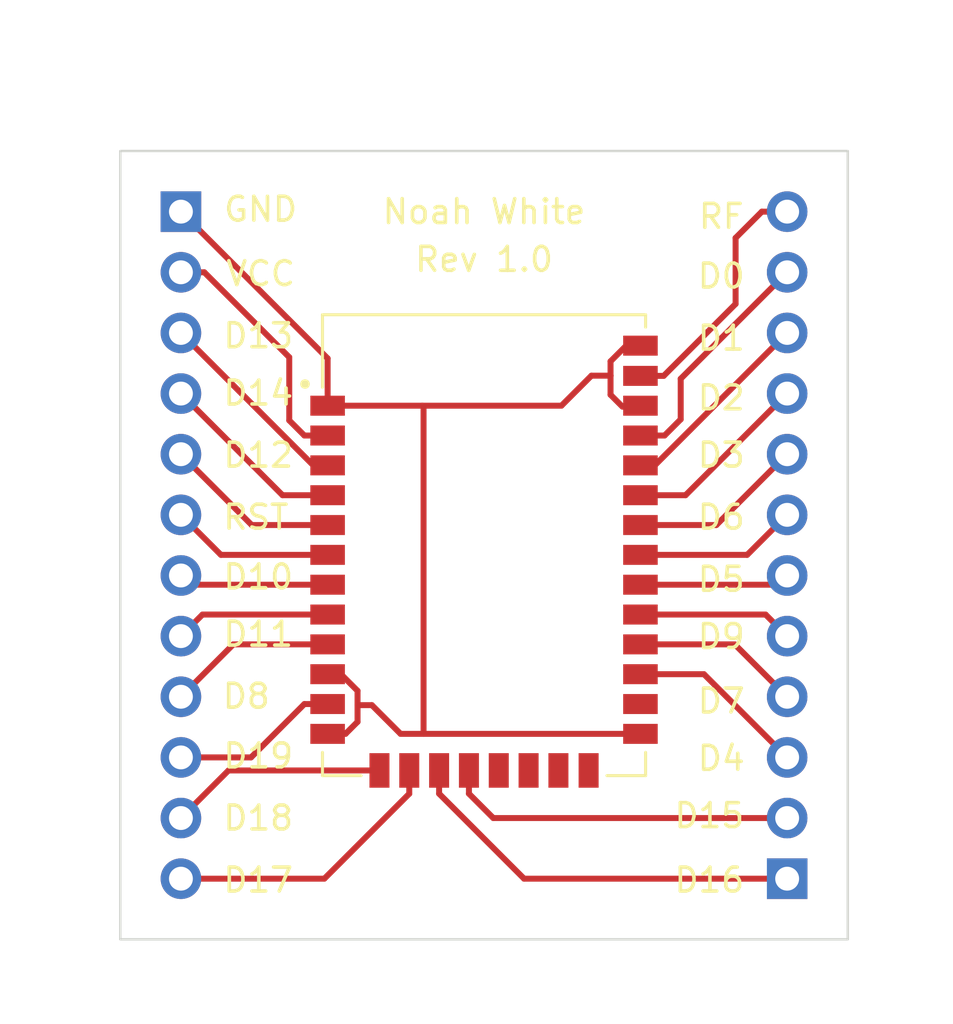
<source format=kicad_pcb>
(kicad_pcb (version 20211014) (generator pcbnew)
  (layers (0 "F.Cu" signal) (31 "B.Cu" signal) (34 "B.Paste" user) (35 "F.Paste" user) (36 "B.SilkS" user "B.Silkscreen") (37 "F.SilkS" user "F.Silkscreen") (38 "B.Mask" user) (39 "F.Mask" user) (44 "Edge.Cuts" user))
  (net 0 "")
  (net 1 "RST")
  (net 2 "D0")
  (net 3 "D1")
  (net 4 "D2")
  (net 5 "D3")
  (net 6 "D4")
  (net 7 "D5")
  (net 8 "D6")
  (net 9 "D7")
  (net 10 "D8")
  (net 11 "D9")
  (net 12 "D10")
  (net 13 "D19")
  (net 14 "D18")
  (net 15 "D17")
  (net 16 "D16")
  (net 17 "D15")
  (net 18 "D14")
  (net 19 "D13")
  (net 20 "D12")
  (net 21 "D11")
  (net 22 "RF")
  (net 23 "GND")
  (net 24 "VCC")
  (footprint "Library:XB3-24Z8UM-J" (layer "F.Cu") (at 137.16 39.37)
    (fp_text reference "U1" hide)
    (fp_text value "XB3-24Z8CM-J")
    (fp_line (start 5.15 9.652) (end 6.7691 9.652) (layer "F.SilkS") (width 0.127))
    (fp_line (start -6.7691 -6.61) (end -6.7691 -9.652) (layer "F.SilkS") (width 0.127))
    (fp_line (start -6.7691 9.652) (end -5.15 9.652) (layer "F.SilkS") (width 0.127))
    (fp_line (start -6.7691 8.68) (end -6.7691 9.652) (layer "F.SilkS") (width 0.127))
    (fp_line (start -6.7691 -9.652) (end 6.7691 -9.652) (layer "F.SilkS") (width 0.127))
    (fp_line (start 6.7691 9.652) (end 6.7691 8.68) (layer "F.SilkS") (width 0.127))
    (fp_line (start 6.7691 -9.652) (end 6.7691 -9.13) (layer "F.SilkS") (width 0.127))
    (fp_circle (center -7.5 -6.75) (end -7.4 -6.75) (layer "F.SilkS") (width 0.2) (fill none))
    (pad "1" smd rect (at -6.5532 -5.842) (size 1.4478 0.8382) (layers "F.Cu" "F.Paste" "F.Mask") (net 23 "GND"))
    (pad "2" smd rect (at -6.5532 -4.59232) (size 1.4478 0.8382) (layers "F.Cu" "F.Paste" "F.Mask") (net 24 "VCC"))
    (pad "3" smd rect (at -6.5532 -3.34264) (size 1.4478 0.8382) (layers "F.Cu" "F.Paste" "F.Mask") (net 19 "D13"))
    (pad "4" smd rect (at -6.5532 -2.09296) (size 1.4478 0.8382) (layers "F.Cu" "F.Paste" "F.Mask") (net 18 "D14"))
    (pad "5" smd rect (at -6.5532 -0.843281) (size 1.4478 0.8382) (layers "F.Cu" "F.Paste" "F.Mask") (net 20 "D12"))
    (pad "6" smd rect (at -6.5532 0.4064) (size 1.4478 0.8382) (layers "F.Cu" "F.Paste" "F.Mask") (net 1 "RST"))
    (pad "7" smd rect (at -6.5532 1.65608) (size 1.4478 0.8382) (layers "F.Cu" "F.Paste" "F.Mask") (net 12 "D10"))
    (pad "8" smd rect (at -6.5532 2.90576) (size 1.4478 0.8382) (layers "F.Cu" "F.Paste" "F.Mask") (net 21 "D11"))
    (pad "9" smd rect (at -6.5532 4.15544) (size 1.4478 0.8382) (layers "F.Cu" "F.Paste" "F.Mask") (net 10 "D8"))
    (pad "10" smd rect (at -6.5532 5.40512) (size 1.4478 0.8382) (layers "F.Cu" "F.Paste" "F.Mask") (net 23 "GND"))
    (pad "11" smd rect (at -6.5532 6.6548) (size 1.4478 0.8382) (layers "F.Cu" "F.Paste" "F.Mask") (net 13 "D19"))
    (pad "12" smd rect (at -6.5532 7.90448) (size 1.4478 0.8382) (layers "F.Cu" "F.Paste" "F.Mask") (net 23 "GND"))
    (pad "13" smd rect (at -4.3815 9.4361 90) (size 1.4478 0.8382) (layers "F.Cu" "F.Paste" "F.Mask") (net 14 "D18"))
    (pad "14" smd rect (at -3.13182 9.4361 90) (size 1.4478 0.8382) (layers "F.Cu" "F.Paste" "F.Mask") (net 15 "D17"))
    (pad "15" smd rect (at -1.88214 9.4361 90) (size 1.4478 0.8382) (layers "F.Cu" "F.Paste" "F.Mask") (net 16 "D16"))
    (pad "16" smd rect (at -0.632459 9.4361 90) (size 1.4478 0.8382) (layers "F.Cu" "F.Paste" "F.Mask") (net 17 "D15"))
    (pad "17" smd rect (at 0.617219 9.4361 90) (size 1.4478 0.8382) (layers "F.Cu" "F.Paste" "F.Mask"))
    (pad "18" smd rect (at 1.8669 9.4361 90) (size 1.4478 0.8382) (layers "F.Cu" "F.Paste" "F.Mask"))
    (pad "19" smd rect (at 3.11658 9.4361 90) (size 1.4478 0.8382) (layers "F.Cu" "F.Paste" "F.Mask"))
    (pad "20" smd rect (at 4.3815 9.4361 90) (size 1.4478 0.8382) (layers "F.Cu" "F.Paste" "F.Mask"))
    (pad "21" smd rect (at 6.5532 7.90448) (size 1.4478 0.8382) (layers "F.Cu" "F.Paste" "F.Mask") (net 23 "GND"))
    (pad "22" smd rect (at 6.5532 6.6548) (size 1.4478 0.8382) (layers "F.Cu" "F.Paste" "F.Mask"))
    (pad "23" smd rect (at 6.5532 5.40512) (size 1.4478 0.8382) (layers "F.Cu" "F.Paste" "F.Mask") (net 6 "D4"))
    (pad "24" smd rect (at 6.5532 4.15544) (size 1.4478 0.8382) (layers "F.Cu" "F.Paste" "F.Mask") (net 9 "D7"))
    (pad "25" smd rect (at 6.5532 2.90576) (size 1.4478 0.8382) (layers "F.Cu" "F.Paste" "F.Mask") (net 11 "D9"))
    (pad "26" smd rect (at 6.5532 1.65608) (size 1.4478 0.8382) (layers "F.Cu" "F.Paste" "F.Mask") (net 7 "D5"))
    (pad "27" smd rect (at 6.5532 0.4064) (size 1.4478 0.8382) (layers "F.Cu" "F.Paste" "F.Mask") (net 8 "D6"))
    (pad "28" smd rect (at 6.5532 -0.843281) (size 1.4478 0.8382) (layers "F.Cu" "F.Paste" "F.Mask") (net 5 "D3"))
    (pad "29" smd rect (at 6.5532 -2.09296) (size 1.4478 0.8382) (layers "F.Cu" "F.Paste" "F.Mask") (net 4 "D2"))
    (pad "30" smd rect (at 6.5532 -3.34264) (size 1.4478 0.8382) (layers "F.Cu" "F.Paste" "F.Mask") (net 3 "D1"))
    (pad "31" smd rect (at 6.5532 -4.59232) (size 1.4478 0.8382) (layers "F.Cu" "F.Paste" "F.Mask") (net 2 "D0"))
    (pad "32" smd rect (at 6.5532 -5.842) (size 1.4478 0.8382) (layers "F.Cu" "F.Paste" "F.Mask") (net 23 "GND"))
    (pad "33" smd rect (at 6.5532 -7.09168) (size 1.4478 0.8382) (layers "F.Cu" "F.Paste" "F.Mask") (net 22 "RF"))
    (pad "34" smd rect (at 6.5532 -8.3566) (size 1.4478 0.8382) (layers "F.Cu" "F.Paste" "F.Mask") (net 23 "GND"))
  )
  (footprint "Connector_PinHeader_2.54mm:PinHeader_1x12_P2.54mm_Vertical" (layer "F.Cu") (at 124.46 25.4)
    (fp_text reference "J1" hide)
    (fp_text value "Conn_01x12_Female")
    (pad "1" thru_hole rect (at 0 0) (size 1.7 1.7) (drill 1) (layers *.Cu *.Mask) (net 23 "GND"))
    (pad "2" thru_hole oval (at 0 2.54) (size 1.7 1.7) (drill 1) (layers *.Cu *.Mask) (net 24 "VCC"))
    (pad "3" thru_hole oval (at 0 5.08) (size 1.7 1.7) (drill 1) (layers *.Cu *.Mask) (net 19 "D13"))
    (pad "4" thru_hole oval (at 0 7.62) (size 1.7 1.7) (drill 1) (layers *.Cu *.Mask) (net 18 "D14"))
    (pad "5" thru_hole oval (at 0 10.16) (size 1.7 1.7) (drill 1) (layers *.Cu *.Mask) (net 20 "D12"))
    (pad "6" thru_hole oval (at 0 12.7) (size 1.7 1.7) (drill 1) (layers *.Cu *.Mask) (net 1 "RST"))
    (pad "7" thru_hole oval (at 0 15.24) (size 1.7 1.7) (drill 1) (layers *.Cu *.Mask) (net 12 "D10"))
    (pad "8" thru_hole oval (at 0 17.78) (size 1.7 1.7) (drill 1) (layers *.Cu *.Mask) (net 21 "D11"))
    (pad "9" thru_hole oval (at 0 20.32) (size 1.7 1.7) (drill 1) (layers *.Cu *.Mask) (net 10 "D8"))
    (pad "10" thru_hole oval (at 0 22.86) (size 1.7 1.7) (drill 1) (layers *.Cu *.Mask) (net 13 "D19"))
    (pad "11" thru_hole oval (at 0 25.4) (size 1.7 1.7) (drill 1) (layers *.Cu *.Mask) (net 14 "D18"))
    (pad "12" thru_hole oval (at 0 27.94) (size 1.7 1.7) (drill 1) (layers *.Cu *.Mask) (net 15 "D17"))
  )
  (footprint "Connector_PinHeader_2.54mm:PinHeader_1x12_P2.54mm_Vertical" (layer "F.Cu") (at 149.86 53.34 180)
    (fp_text reference "J2" hide)
    (fp_text value "Conn_01x12_Female")
    (pad "1" thru_hole rect (at 0 0 180) (size 1.7 1.7) (drill 1) (layers *.Cu *.Mask) (net 16 "D16"))
    (pad "2" thru_hole oval (at 0 2.54 180) (size 1.7 1.7) (drill 1) (layers *.Cu *.Mask) (net 17 "D15"))
    (pad "3" thru_hole oval (at 0 5.08 180) (size 1.7 1.7) (drill 1) (layers *.Cu *.Mask) (net 6 "D4"))
    (pad "4" thru_hole oval (at 0 7.62 180) (size 1.7 1.7) (drill 1) (layers *.Cu *.Mask) (net 9 "D7"))
    (pad "5" thru_hole oval (at 0 10.16 180) (size 1.7 1.7) (drill 1) (layers *.Cu *.Mask) (net 11 "D9"))
    (pad "6" thru_hole oval (at 0 12.7 180) (size 1.7 1.7) (drill 1) (layers *.Cu *.Mask) (net 7 "D5"))
    (pad "7" thru_hole oval (at 0 15.24 180) (size 1.7 1.7) (drill 1) (layers *.Cu *.Mask) (net 8 "D6"))
    (pad "8" thru_hole oval (at 0 17.78 180) (size 1.7 1.7) (drill 1) (layers *.Cu *.Mask) (net 5 "D3"))
    (pad "9" thru_hole oval (at 0 20.32 180) (size 1.7 1.7) (drill 1) (layers *.Cu *.Mask) (net 4 "D2"))
    (pad "10" thru_hole oval (at 0 22.86 180) (size 1.7 1.7) (drill 1) (layers *.Cu *.Mask) (net 3 "D1"))
    (pad "11" thru_hole oval (at 0 25.4 180) (size 1.7 1.7) (drill 1) (layers *.Cu *.Mask) (net 2 "D0"))
    (pad "12" thru_hole oval (at 0 27.94 180) (size 1.7 1.7) (drill 1) (layers *.Cu *.Mask) (net 22 "RF"))
  )
  (gr_rect (start 152.4 22.86) (end 121.92 55.88) (layer "Edge.Cuts") (width 0.1) (fill none))
  (gr_text "RF" (at 147.1 25.6) (layer "F.SilkS") (effects (font (size 1 1))))
  (gr_text "D10\n" (at 127.7 40.7) (layer "F.SilkS") (effects (font (size 1 1))))
  (gr_text "D15" (at 146.6 50.7) (layer "F.SilkS") (effects (font (size 1 1))))
  (gr_text "VCC" (at 127.8 28) (layer "F.SilkS") (effects (font (size 1 1))))
  (gr_text "D6" (at 147.1 38.2) (layer "F.SilkS") (effects (font (size 1 1))))
  (gr_text "GND" (at 127.8 25.3) (layer "F.SilkS") (effects (font (size 1 1))))
  (gr_text "D17" (at 127.7 53.4) (layer "F.SilkS") (effects (font (size 1 1))))
  (gr_text "D11" (at 127.7 43.1) (layer "F.SilkS") (effects (font (size 1 1))))
  (gr_text "D7\n" (at 147.1 45.9) (layer "F.SilkS") (effects (font (size 1 1))))
  (gr_text "D2" (at 147.1 33.2) (layer "F.SilkS") (effects (font (size 1 1))))
  (gr_text "D5" (at 147.1 40.8) (layer "F.SilkS") (effects (font (size 1 1))))
  (gr_text "D9" (at 147.1 43.2) (layer "F.SilkS") (effects (font (size 1 1))))
  (gr_text "D4" (at 147.1 48.3) (layer "F.SilkS") (effects (font (size 1 1))))
  (gr_text "D8" (at 127.2 45.7) (layer "F.SilkS") (effects (font (size 1 1))))
  (gr_text "D0\n" (at 147.1 28.1) (layer "F.SilkS") (effects (font (size 1 1))))
  (gr_text "D19" (at 127.7 48.2) (layer "F.SilkS") (effects (font (size 1 1))))
  (gr_text "D14" (at 127.7 33) (layer "F.SilkS") (effects (font (size 1 1))))
  (gr_text "D12" (at 127.7 35.6) (layer "F.SilkS") (effects (font (size 1 1))))
  (gr_text "D1" (at 147.1 30.7) (layer "F.SilkS") (effects (font (size 1 1))))
  (gr_text "D3" (at 147.1 35.6) (layer "F.SilkS") (effects (font (size 1 1))))
  (gr_text "Rev 1.0" (at 137.16 27.4) (layer "F.SilkS") (effects (font (size 1 1))))
  (gr_text "D13" (at 127.7 30.6) (layer "F.SilkS") (effects (font (size 1 1))))
  (gr_text "D18" (at 127.7 50.8) (layer "F.SilkS") (effects (font (size 1 1))))
  (gr_text "Noah White" (at 137.16 25.4) (layer "F.SilkS") (effects (font (size 1 1))))
  (gr_text "D16" (at 146.6 53.4) (layer "F.SilkS") (effects (font (size 1 1))))
  (gr_text "RST" (at 127.6 38.2) (layer "F.SilkS") (effects (font (size 1 1))))
  (segment (start 130.6068 39.7764) (end 126.1364 39.7764) (width 0.25) (layer "F.Cu") (net 1))
  (segment (start 126.1364 39.7764) (end 124.46 38.1) (width 0.25) (layer "F.Cu") (net 1))
  (segment (start 145.4 34.1) (end 144.72232 34.77768) (width 0.25) (layer "F.Cu") (net 2))
  (segment (start 149.86 27.94) (end 145.4 32.4) (width 0.25) (layer "F.Cu") (net 2))
  (segment (start 145.4 32.4) (end 145.4 34.1) (width 0.25) (layer "F.Cu") (net 2))
  (segment (start 144.72232 34.77768) (end 143.7132 34.77768) (width 0.25) (layer "F.Cu") (net 2))
  (segment (start 144.31264 36.02736) (end 149.86 30.48) (width 0.25) (layer "F.Cu") (net 3))
  (segment (start 143.7132 36.02736) (end 144.31264 36.02736) (width 0.25) (layer "F.Cu") (net 3))
  (segment (start 143.7132 37.27704) (end 145.60296 37.27704) (width 0.25) (layer "F.Cu") (net 4))
  (segment (start 145.60296 37.27704) (end 149.86 33.02) (width 0.25) (layer "F.Cu") (net 4))
  (segment (start 146.893281 38.526719) (end 149.86 35.56) (width 0.25) (layer "F.Cu") (net 5))
  (segment (start 143.7132 38.526719) (end 146.893281 38.526719) (width 0.25) (layer "F.Cu") (net 5))
  (segment (start 143.7132 44.77512) (end 146.37512 44.77512) (width 0.25) (layer "F.Cu") (net 6))
  (segment (start 146.37512 44.77512) (end 149.86 48.26) (width 0.25) (layer "F.Cu") (net 6))
  (segment (start 149.47392 41.02608) (end 149.86 40.64) (width 0.25) (layer "F.Cu") (net 7))
  (segment (start 143.7132 41.02608) (end 149.47392 41.02608) (width 0.25) (layer "F.Cu") (net 7))
  (segment (start 148.1836 39.7764) (end 149.86 38.1) (width 0.25) (layer "F.Cu") (net 8))
  (segment (start 143.7132 39.7764) (end 148.1836 39.7764) (width 0.25) (layer "F.Cu") (net 8))
  (segment (start 147.66544 43.52544) (end 149.86 45.72) (width 0.25) (layer "F.Cu") (net 9))
  (segment (start 143.7132 43.52544) (end 147.66544 43.52544) (width 0.25) (layer "F.Cu") (net 9))
  (segment (start 126.65456 43.52544) (end 124.46 45.72) (width 0.25) (layer "F.Cu") (net 10))
  (segment (start 130.6068 43.52544) (end 126.65456 43.52544) (width 0.25) (layer "F.Cu") (net 10))
  (segment (start 148.95576 42.27576) (end 149.86 43.18) (width 0.25) (layer "F.Cu") (net 11))
  (segment (start 143.7132 42.27576) (end 148.95576 42.27576) (width 0.25) (layer "F.Cu") (net 11))
  (segment (start 130.6068 41.02608) (end 124.84608 41.02608) (width 0.25) (layer "F.Cu") (net 12))
  (segment (start 124.84608 41.02608) (end 124.46 40.64) (width 0.25) (layer "F.Cu") (net 12))
  (segment (start 130.6068 46.0248) (end 129.6329 46.0248) (width 0.25) (layer "F.Cu") (net 13))
  (segment (start 127.3977 48.26) (end 124.46 48.26) (width 0.25) (layer "F.Cu") (net 13))
  (segment (start 129.6329 46.0248) (end 127.3977 48.26) (width 0.25) (layer "F.Cu") (net 13))
  (segment (start 132.7785 48.8061) (end 126.4539 48.8061) (width 0.25) (layer "F.Cu") (net 14))
  (segment (start 126.4539 48.8061) (end 124.46 50.8) (width 0.25) (layer "F.Cu") (net 14))
  (segment (start 124.46 53.34) (end 130.46818 53.34) (width 0.25) (layer "F.Cu") (net 15))
  (segment (start 134.02818 49.78) (end 134.02818 48.8061) (width 0.25) (layer "F.Cu") (net 15))
  (segment (start 130.46818 53.34) (end 134.02818 49.78) (width 0.25) (layer "F.Cu") (net 15))
  (segment (start 135.27786 49.78) (end 138.83786 53.34) (width 0.25) (layer "F.Cu") (net 16))
  (segment (start 138.83786 53.34) (end 149.86 53.34) (width 0.25) (layer "F.Cu") (net 16))
  (segment (start 135.27786 48.8061) (end 135.27786 49.78) (width 0.25) (layer "F.Cu") (net 16))
  (segment (start 137.547541 50.8) (end 149.86 50.8) (width 0.25) (layer "F.Cu") (net 17))
  (segment (start 136.527541 49.78) (end 137.547541 50.8) (width 0.25) (layer "F.Cu") (net 17))
  (segment (start 136.527541 48.8061) (end 136.527541 49.78) (width 0.25) (layer "F.Cu") (net 17))
  (segment (start 130.6068 37.27704) (end 128.71704 37.27704) (width 0.25) (layer "F.Cu") (net 18))
  (segment (start 128.71704 37.27704) (end 124.46 33.02) (width 0.25) (layer "F.Cu") (net 18))
  (segment (start 130.00736 36.02736) (end 124.46 30.48) (width 0.25) (layer "F.Cu") (net 19))
  (segment (start 130.6068 36.02736) (end 130.00736 36.02736) (width 0.25) (layer "F.Cu") (net 19))
  (segment (start 127.426719 38.526719) (end 124.46 35.56) (width 0.25) (layer "F.Cu") (net 20))
  (segment (start 130.6068 38.526719) (end 127.426719 38.526719) (width 0.25) (layer "F.Cu") (net 20))
  (segment (start 130.6068 42.27576) (end 125.36424 42.27576) (width 0.25) (layer "F.Cu") (net 21))
  (segment (start 125.36424 42.27576) (end 124.46 43.18) (width 0.25) (layer "F.Cu") (net 21))
  (segment (start 143.7132 32.27832) (end 144.6871 32.27832) (width 0.25) (layer "F.Cu") (net 22))
  (segment (start 144.6871 32.27832) (end 147.7 29.26542) (width 0.25) (layer "F.Cu") (net 22))
  (segment (start 148.8 25.4) (end 149.86 25.4) (width 0.25) (layer "F.Cu") (net 22))
  (segment (start 147.7 26.5) (end 148.8 25.4) (width 0.25) (layer "F.Cu") (net 22))
  (segment (start 147.7 29.26542) (end 147.7 26.5) (width 0.25) (layer "F.Cu") (net 22))
  (segment (start 130.6068 33.528) (end 134.572 33.528) (width 0.25) (layer "F.Cu") (net 23))
  (segment (start 142.46 31.67) (end 142.46 32.27) (width 0.25) (layer "F.Cu") (net 23))
  (segment (start 131.86 46.77) (end 131.35552 47.27448) (width 0.25) (layer "F.Cu") (net 23))
  (segment (start 143.7132 31.0134) (end 143.1166 31.0134) (width 0.25) (layer "F.Cu") (net 23))
  (segment (start 131.35552 47.27448) (end 130.6068 47.27448) (width 0.25) (layer "F.Cu") (net 23))
  (segment (start 134.62552 47.27448) (end 134.62552 33.58152) (width 0.25) (layer "F.Cu") (net 23))
  (segment (start 134.572 33.528) (end 140.402 33.528) (width 0.25) (layer "F.Cu") (net 23))
  (segment (start 131.16512 44.77512) (end 131.86 45.47) (width 0.25) (layer "F.Cu") (net 23))
  (segment (start 142.46 32.27) (end 142.46 33.07) (width 0.25) (layer "F.Cu") (net 23))
  (segment (start 142.46 33.07) (end 142.96 33.57) (width 0.25) (layer "F.Cu") (net 23))
  (segment (start 140.402 33.528) (end 141.66 32.27) (width 0.25) (layer "F.Cu") (net 23))
  (segment (start 134.62552 33.58152) (end 134.572 33.528) (width 0.25) (layer "F.Cu") (net 23))
  (segment (start 133.66448 47.27448) (end 132.46 46.07) (width 0.25) (layer "F.Cu") (net 23))
  (segment (start 130.6068 31.5468) (end 124.46 25.4) (width 0.25) (layer "F.Cu") (net 23))
  (segment (start 143.1166 31.0134) (end 142.46 31.67) (width 0.25) (layer "F.Cu") (net 23))
  (segment (start 134.62552 47.27448) (end 133.66448 47.27448) (width 0.25) (layer "F.Cu") (net 23))
  (segment (start 131.86 45.47) (end 131.86 46.07) (width 0.25) (layer "F.Cu") (net 23))
  (segment (start 141.66 32.27) (end 142.46 32.27) (width 0.25) (layer "F.Cu") (net 23))
  (segment (start 143.7132 47.27448) (end 134.62552 47.27448) (width 0.25) (layer "F.Cu") (net 23))
  (segment (start 130.6068 33.528) (end 130.6068 31.5468) (width 0.25) (layer "F.Cu") (net 23))
  (segment (start 132.46 46.07) (end 131.86 46.07) (width 0.25) (layer "F.Cu") (net 23))
  (segment (start 131.86 46.07) (end 131.86 46.77) (width 0.25) (layer "F.Cu") (net 23))
  (segment (start 130.6068 34.77768) (end 129.6329 34.77768) (width 0.25) (layer "F.Cu") (net 24))
  (segment (start 129.6329 34.77768) (end 129 34.14478) (width 0.25) (layer "F.Cu") (net 24))
  (segment (start 129 31.5) (end 125.44 27.94) (width 0.25) (layer "F.Cu") (net 24))
  (segment (start 125.44 27.94) (end 124.46 27.94) (width 0.25) (layer "F.Cu") (net 24))
  (segment (start 129 34.14478) (end 129 31.5) (width 0.25) (layer "F.Cu") (net 24))
)
</source>
